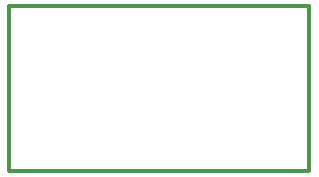
<source format=gko>
%FSLAX35Y35*%
%MOIN*%
%TF.FileFunction,Profile,NP*%
%ADD10C,0.00197*%
%ADD11C,0.00295*%
%ADD12C,0.00984*%
%ADD13C,0.01024*%
%ADD14C,0.01181*%
%ADD15C,0.01575*%
%ADD16C,0.01969*%
%ADD17C,0.02362*%
%ADD18C,0.03150*%
%ADD19C,0.05000*%
%AMR_20*21,1,0.00984,0.00984,0,0,0.000*%
%ADD20R_20*%
%AMR_21*21,1,0.01837,0.01837,0,0,0.000*%
%ADD21R_21*%
%AMR_22*21,1,0.01969,0.01969,0,0,0.000*%
%ADD22R_22*%
%AMOCT_23*4,1,8,0.015748,0.031496,0.007874,0.039370,-0.007874,0.039370,-0.015748,0.031496,-0.015748,-0.031496,-0.007874,-0.039370,0.007874,-0.039370,0.015748,-0.031496,0.015748,0.031496,90.000*%
%ADD23OCT_23*%
%AMOCT_24*4,1,8,0.023622,0.011811,0.011811,0.023622,-0.011811,0.023622,-0.023622,0.011811,-0.023622,-0.011811,-0.011811,-0.023622,0.011811,-0.023622,0.023622,-0.011811,0.023622,0.011811,0.000*%
%ADD24OCT_24*%
%AMOCT_25*4,1,8,0.031496,0.015748,0.015748,0.031496,-0.015748,0.031496,-0.031496,0.015748,-0.031496,-0.015748,-0.015748,-0.031496,0.015748,-0.031496,0.031496,-0.015748,0.031496,0.015748,180.000*%
%ADD25OCT_25*%
%AMOCT_26*4,1,8,0.035433,0.017717,0.017717,0.035433,-0.017717,0.035433,-0.035433,0.017717,-0.035433,-0.017717,-0.017717,-0.035433,0.017717,-0.035433,0.035433,-0.017717,0.035433,0.017717,0.000*%
%ADD26OCT_26*%
%AMOCT_27*4,1,8,0.035433,0.017717,0.017717,0.035433,-0.017717,0.035433,-0.035433,0.017717,-0.035433,-0.017717,-0.017717,-0.035433,0.017717,-0.035433,0.035433,-0.017717,0.035433,0.017717,90.000*%
%ADD27OCT_27*%
%AMRR_28*21,1,0.03150,0.04409,0,0,270.000*21,1,0.02835,0.04724,0,0,270.000*1,1,0.00315,0.02205,-0.01417*1,1,0.00315,-0.02205,0.01417*1,1,0.00315,-0.02205,-0.01417*1,1,0.00315,0.02205,0.01417*%
%ADD28RR_28*%
%AMRR_29*21,1,0.03150,0.07244,0,0,90.000*21,1,0.02520,0.07874,0,0,90.000*1,1,0.00630,-0.03622,0.01260*1,1,0.00630,0.03622,-0.01260*1,1,0.00630,0.03622,0.01260*1,1,0.00630,-0.03622,-0.01260*%
%ADD29RR_29*%
%AMRR_30*21,1,0.04331,0.06654,0,0,270.000*21,1,0.03898,0.07087,0,0,270.000*1,1,0.00433,0.03327,-0.01949*1,1,0.00433,-0.03327,0.01949*1,1,0.00433,-0.03327,-0.01949*1,1,0.00433,0.03327,0.01949*%
%ADD30RR_30*%
%AMRR_31*21,1,0.05512,0.04961,0,0,0.000*21,1,0.04961,0.05512,0,0,0.000*1,1,0.00551,0.02480,0.02480*1,1,0.00551,-0.02480,-0.02480*1,1,0.00551,0.02480,-0.02480*1,1,0.00551,-0.02480,0.02480*%
%ADD31RR_31*%
%AMRR_32*21,1,0.05512,0.04961,0,0,180.000*21,1,0.04961,0.05512,0,0,180.000*1,1,0.00551,-0.02480,-0.02480*1,1,0.00551,0.02480,0.02480*1,1,0.00551,-0.02480,0.02480*1,1,0.00551,0.02480,-0.02480*%
%ADD32RR_32*%
%AMRR_33*21,1,0.05512,0.04961,0,0,270.000*21,1,0.04961,0.05512,0,0,270.000*1,1,0.00551,0.02480,-0.02480*1,1,0.00551,-0.02480,0.02480*1,1,0.00551,-0.02480,-0.02480*1,1,0.00551,0.02480,0.02480*%
%ADD33RR_33*%
%AMRR_34*21,1,0.06299,0.05039,0,0,180.000*21,1,0.05039,0.06299,0,0,180.000*1,1,0.01260,-0.02520,-0.02520*1,1,0.01260,0.02520,0.02520*1,1,0.01260,-0.02520,0.02520*1,1,0.01260,0.02520,-0.02520*%
%ADD34RR_34*%
%AMRR_35*21,1,0.07087,0.05669,0,0,0.000*21,1,0.05669,0.07087,0,0,0.000*1,1,0.01417,0.02835,0.02835*1,1,0.01417,-0.02835,-0.02835*1,1,0.01417,0.02835,-0.02835*1,1,0.01417,-0.02835,0.02835*%
%ADD35RR_35*%
%AMRR_36*21,1,0.07087,0.05669,0,0,90.000*21,1,0.05669,0.07087,0,0,90.000*1,1,0.01417,-0.02835,0.02835*1,1,0.01417,0.02835,-0.02835*1,1,0.01417,0.02835,0.02835*1,1,0.01417,-0.02835,-0.02835*%
%ADD36RR_36*%
%AMRR_37*21,1,0.13780,0.07087,0,0,180.000*21,1,0.12992,0.07874,0,0,180.000*1,1,0.00787,-0.06496,-0.03543*1,1,0.00787,0.06496,0.03543*1,1,0.00787,-0.06496,0.03543*1,1,0.00787,0.06496,-0.03543*%
%ADD37RR_37*%
G54D14*
X0Y0D02*
X0Y55000D01*
X100000Y0D02*
X0Y0D01*
X100000Y0D02*
X100000Y55000D01*
X0Y55000D01*
M02*

</source>
